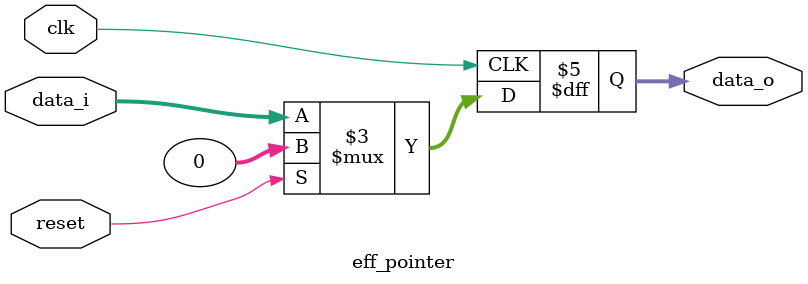
<source format=sv>

module eff_pointer #(parameter DATA_WIDTH = 32) (
	input clk,
	input reset,
	input [DATA_WIDTH-1 : 0] data_i,
	output logic [DATA_WIDTH-1 : 0] data_o
);
	always_ff @(posedge clk) begin
    
	if (reset) begin
	
	data_o <= '0;
	
	end else begin
			
			data_o <= data_i;
	
	end
	
	end

endmodule

</source>
